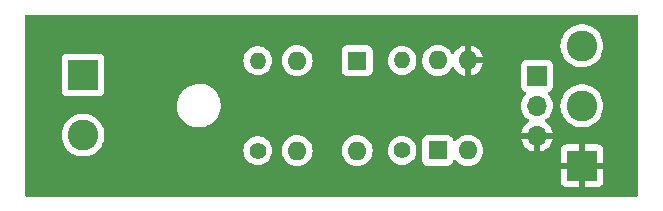
<source format=gbr>
%TF.GenerationSoftware,KiCad,Pcbnew,7.0.7*%
%TF.CreationDate,2024-02-24T13:28:42+01:00*%
%TF.ProjectId,current_sensor,63757272-656e-4745-9f73-656e736f722e,rev?*%
%TF.SameCoordinates,Original*%
%TF.FileFunction,Copper,L1,Top*%
%TF.FilePolarity,Positive*%
%FSLAX46Y46*%
G04 Gerber Fmt 4.6, Leading zero omitted, Abs format (unit mm)*
G04 Created by KiCad (PCBNEW 7.0.7) date 2024-02-24 13:28:42*
%MOMM*%
%LPD*%
G01*
G04 APERTURE LIST*
%TA.AperFunction,ComponentPad*%
%ADD10R,1.700000X1.700000*%
%TD*%
%TA.AperFunction,ComponentPad*%
%ADD11O,1.700000X1.700000*%
%TD*%
%TA.AperFunction,ComponentPad*%
%ADD12C,1.400000*%
%TD*%
%TA.AperFunction,ComponentPad*%
%ADD13O,1.400000X1.400000*%
%TD*%
%TA.AperFunction,ComponentPad*%
%ADD14R,2.600000X2.600000*%
%TD*%
%TA.AperFunction,ComponentPad*%
%ADD15C,2.600000*%
%TD*%
%TA.AperFunction,ComponentPad*%
%ADD16R,1.600000X1.600000*%
%TD*%
%TA.AperFunction,ComponentPad*%
%ADD17O,1.600000X1.600000*%
%TD*%
G04 APERTURE END LIST*
D10*
%TO.P,J1203,1,Pin_1*%
%TO.N,sig*%
X43625000Y-5475000D03*
D11*
%TO.P,J1203,2,Pin_2*%
%TO.N,+5V*%
X43625000Y-8015000D03*
%TO.P,J1203,3,Pin_3*%
%TO.N,GND*%
X43625000Y-10555000D03*
%TD*%
D12*
%TO.P,R1202,1*%
%TO.N,+5V*%
X32211000Y-11800000D03*
D13*
%TO.P,R1202,2*%
%TO.N,sig*%
X32211000Y-4180000D03*
%TD*%
D14*
%TO.P,J1202,1,Pin_1*%
%TO.N,GND*%
X47430000Y-13100000D03*
D15*
%TO.P,J1202,2,Pin_2*%
%TO.N,+5V*%
X47430000Y-8020000D03*
%TO.P,J1202,3,Pin_3*%
%TO.N,sig*%
X47430000Y-2940000D03*
%TD*%
D14*
%TO.P,J1201,1,Pin_1*%
%TO.N,Net-(D1201-Pad3)*%
X5195000Y-5420000D03*
D15*
%TO.P,J1201,2,Pin_2*%
%TO.N,Net-(D1201-Pad4)*%
X5195000Y-10500000D03*
%TD*%
D16*
%TO.P,D1201,1,+*%
%TO.N,Net-(D1201-Pad1)*%
X28400000Y-4190000D03*
D17*
%TO.P,D1201,2,-*%
X23320000Y-4190000D03*
%TO.P,D1201,3*%
%TO.N,Net-(D1201-Pad3)*%
X23320000Y-11810000D03*
%TO.P,D1201,4*%
%TO.N,Net-(D1201-Pad4)*%
X28400000Y-11810000D03*
%TD*%
D12*
%TO.P,R1201,1*%
%TO.N,Net-(D1201-Pad3)*%
X19980000Y-11810000D03*
D13*
%TO.P,R1201,2*%
%TO.N,Net-(R1201-Pad2)*%
X19980000Y-4190000D03*
%TD*%
D16*
%TO.P,U1201,1*%
%TO.N,Net-(R1201-Pad2)*%
X35225000Y-11800000D03*
D17*
%TO.P,U1201,2*%
%TO.N,Net-(D1201-Pad4)*%
X37765000Y-11800000D03*
%TO.P,U1201,3*%
%TO.N,GND*%
X37765000Y-4180000D03*
%TO.P,U1201,4*%
%TO.N,sig*%
X35225000Y-4180000D03*
%TD*%
%TA.AperFunction,Conductor*%
%TO.N,GND*%
G36*
X52141621Y-320502D02*
G01*
X52188114Y-374158D01*
X52199500Y-426500D01*
X52199500Y-15573500D01*
X52179498Y-15641621D01*
X52125842Y-15688114D01*
X52073500Y-15699500D01*
X426500Y-15699500D01*
X358379Y-15679498D01*
X311886Y-15625842D01*
X300500Y-15573500D01*
X300500Y-14448597D01*
X45622000Y-14448597D01*
X45628505Y-14509093D01*
X45679555Y-14645964D01*
X45679555Y-14645965D01*
X45767095Y-14762904D01*
X45884034Y-14850444D01*
X46020906Y-14901494D01*
X46081402Y-14907999D01*
X46081415Y-14908000D01*
X47176000Y-14908000D01*
X47176000Y-13868305D01*
X47196002Y-13800184D01*
X47249658Y-13753691D01*
X47319932Y-13743587D01*
X47333325Y-13746261D01*
X47347886Y-13750000D01*
X47347889Y-13750000D01*
X47470890Y-13750000D01*
X47470894Y-13750000D01*
X47542207Y-13740991D01*
X47612298Y-13752297D01*
X47665149Y-13799702D01*
X47684000Y-13865997D01*
X47684000Y-14908000D01*
X48778585Y-14908000D01*
X48778597Y-14907999D01*
X48839093Y-14901494D01*
X48975964Y-14850444D01*
X48975965Y-14850444D01*
X49092904Y-14762904D01*
X49180444Y-14645965D01*
X49180444Y-14645964D01*
X49231494Y-14509093D01*
X49237999Y-14448597D01*
X49238000Y-14448585D01*
X49238000Y-13354000D01*
X48195576Y-13354000D01*
X48127455Y-13333998D01*
X48080962Y-13280342D01*
X48070858Y-13210068D01*
X48071808Y-13204391D01*
X48083872Y-13141146D01*
X48083873Y-13141133D01*
X48073730Y-12979911D01*
X48089415Y-12910669D01*
X48140046Y-12860899D01*
X48199481Y-12846000D01*
X49238000Y-12846000D01*
X49238000Y-11751414D01*
X49237999Y-11751402D01*
X49231494Y-11690906D01*
X49180444Y-11554035D01*
X49180444Y-11554034D01*
X49092904Y-11437095D01*
X48975965Y-11349555D01*
X48839093Y-11298505D01*
X48778597Y-11292000D01*
X47684000Y-11292000D01*
X47684000Y-12331694D01*
X47663998Y-12399815D01*
X47610342Y-12446308D01*
X47540068Y-12456412D01*
X47526667Y-12453736D01*
X47512119Y-12450001D01*
X47512116Y-12450000D01*
X47512114Y-12450000D01*
X47389106Y-12450000D01*
X47389104Y-12450000D01*
X47317791Y-12459009D01*
X47247701Y-12447702D01*
X47194850Y-12400296D01*
X47176000Y-12334002D01*
X47176000Y-11292000D01*
X46081402Y-11292000D01*
X46020906Y-11298505D01*
X45884035Y-11349555D01*
X45884034Y-11349555D01*
X45767095Y-11437095D01*
X45679555Y-11554034D01*
X45679555Y-11554035D01*
X45628505Y-11690906D01*
X45622000Y-11751402D01*
X45622000Y-12846000D01*
X46664424Y-12846000D01*
X46732545Y-12866002D01*
X46779038Y-12919658D01*
X46789142Y-12989932D01*
X46788192Y-12995609D01*
X46776127Y-13058853D01*
X46776127Y-13058862D01*
X46786270Y-13220089D01*
X46770585Y-13289331D01*
X46719954Y-13339101D01*
X46660519Y-13354000D01*
X45622000Y-13354000D01*
X45622000Y-14448597D01*
X300500Y-14448597D01*
X300500Y-10500000D01*
X3381429Y-10500000D01*
X3401685Y-10770302D01*
X3462001Y-11034560D01*
X3462002Y-11034562D01*
X3561027Y-11286875D01*
X3561030Y-11286883D01*
X3696554Y-11521617D01*
X3696556Y-11521620D01*
X3696557Y-11521621D01*
X3781057Y-11627581D01*
X3865561Y-11733546D01*
X3947960Y-11810000D01*
X4064257Y-11917907D01*
X4064263Y-11917911D01*
X4288205Y-12070593D01*
X4288212Y-12070597D01*
X4288215Y-12070599D01*
X4429003Y-12138399D01*
X4532423Y-12188204D01*
X4532436Y-12188209D01*
X4791431Y-12268098D01*
X4791433Y-12268098D01*
X4791442Y-12268101D01*
X5059472Y-12308500D01*
X5059476Y-12308500D01*
X5330524Y-12308500D01*
X5330528Y-12308500D01*
X5598558Y-12268101D01*
X5598568Y-12268098D01*
X5857563Y-12188209D01*
X5857565Y-12188207D01*
X5857572Y-12188206D01*
X5857577Y-12188203D01*
X5857581Y-12188202D01*
X6101780Y-12070602D01*
X6101780Y-12070601D01*
X6101786Y-12070599D01*
X6325743Y-11917907D01*
X6442039Y-11810000D01*
X18766884Y-11810000D01*
X18785314Y-12020655D01*
X18814643Y-12130112D01*
X18840043Y-12224908D01*
X18840045Y-12224912D01*
X18929412Y-12416561D01*
X19050692Y-12589767D01*
X19050696Y-12589772D01*
X19050699Y-12589776D01*
X19200224Y-12739301D01*
X19200228Y-12739304D01*
X19200232Y-12739307D01*
X19373438Y-12860587D01*
X19373441Y-12860588D01*
X19373442Y-12860589D01*
X19565090Y-12949956D01*
X19769345Y-13004686D01*
X19980000Y-13023116D01*
X20190655Y-13004686D01*
X20394910Y-12949956D01*
X20586558Y-12860589D01*
X20759776Y-12739301D01*
X20909301Y-12589776D01*
X21030589Y-12416558D01*
X21119956Y-12224910D01*
X21174686Y-12020655D01*
X21193116Y-11810000D01*
X22006502Y-11810000D01*
X22026457Y-12038087D01*
X22060670Y-12165771D01*
X22085715Y-12259240D01*
X22085717Y-12259246D01*
X22182477Y-12466749D01*
X22261619Y-12579776D01*
X22313802Y-12654300D01*
X22475700Y-12816198D01*
X22663251Y-12947523D01*
X22870757Y-13044284D01*
X23091913Y-13103543D01*
X23320000Y-13123498D01*
X23548087Y-13103543D01*
X23769243Y-13044284D01*
X23976749Y-12947523D01*
X24164300Y-12816198D01*
X24326198Y-12654300D01*
X24457523Y-12466749D01*
X24554284Y-12259243D01*
X24613543Y-12038087D01*
X24633498Y-11810000D01*
X27086502Y-11810000D01*
X27106457Y-12038087D01*
X27140670Y-12165771D01*
X27165715Y-12259240D01*
X27165717Y-12259246D01*
X27262477Y-12466749D01*
X27341619Y-12579776D01*
X27393802Y-12654300D01*
X27555700Y-12816198D01*
X27743251Y-12947523D01*
X27950757Y-13044284D01*
X28171913Y-13103543D01*
X28400000Y-13123498D01*
X28628087Y-13103543D01*
X28849243Y-13044284D01*
X29056749Y-12947523D01*
X29244300Y-12816198D01*
X29406198Y-12654300D01*
X29537523Y-12466749D01*
X29634284Y-12259243D01*
X29693543Y-12038087D01*
X29713498Y-11810000D01*
X29712623Y-11800000D01*
X30997884Y-11800000D01*
X31016314Y-12010655D01*
X31032377Y-12070602D01*
X31071043Y-12214908D01*
X31071045Y-12214912D01*
X31160412Y-12406561D01*
X31281692Y-12579767D01*
X31281696Y-12579772D01*
X31281699Y-12579776D01*
X31431224Y-12729301D01*
X31431228Y-12729304D01*
X31431232Y-12729307D01*
X31604438Y-12850587D01*
X31604441Y-12850588D01*
X31604442Y-12850589D01*
X31796090Y-12939956D01*
X32000345Y-12994686D01*
X32211000Y-13013116D01*
X32421655Y-12994686D01*
X32625910Y-12939956D01*
X32817558Y-12850589D01*
X32823821Y-12846204D01*
X32976494Y-12739301D01*
X32990776Y-12729301D01*
X33071428Y-12648649D01*
X33916500Y-12648649D01*
X33923009Y-12709196D01*
X33923011Y-12709204D01*
X33974110Y-12846202D01*
X33974112Y-12846207D01*
X34061738Y-12963261D01*
X34178792Y-13050887D01*
X34178794Y-13050888D01*
X34178796Y-13050889D01*
X34237875Y-13072924D01*
X34315795Y-13101988D01*
X34315803Y-13101990D01*
X34376350Y-13108499D01*
X34376355Y-13108499D01*
X34376362Y-13108500D01*
X34376368Y-13108500D01*
X36073632Y-13108500D01*
X36073638Y-13108500D01*
X36073645Y-13108499D01*
X36073649Y-13108499D01*
X36134196Y-13101990D01*
X36134199Y-13101989D01*
X36134201Y-13101989D01*
X36271204Y-13050889D01*
X36280028Y-13044284D01*
X36388261Y-12963261D01*
X36475887Y-12846207D01*
X36475887Y-12846206D01*
X36475889Y-12846204D01*
X36526989Y-12709201D01*
X36527998Y-12699808D01*
X36555163Y-12634215D01*
X36613478Y-12593721D01*
X36684429Y-12591182D01*
X36745490Y-12627405D01*
X36756487Y-12640995D01*
X36758796Y-12644292D01*
X36758802Y-12644300D01*
X36920700Y-12806198D01*
X37108251Y-12937523D01*
X37315757Y-13034284D01*
X37536913Y-13093543D01*
X37765000Y-13113498D01*
X37993087Y-13093543D01*
X38214243Y-13034284D01*
X38421749Y-12937523D01*
X38609300Y-12806198D01*
X38771198Y-12644300D01*
X38902523Y-12456749D01*
X38999284Y-12249243D01*
X39058543Y-12028087D01*
X39078498Y-11800000D01*
X39058543Y-11571913D01*
X38999284Y-11350757D01*
X38902523Y-11143251D01*
X38771198Y-10955700D01*
X38609300Y-10793802D01*
X38575734Y-10770299D01*
X38421749Y-10662477D01*
X38214246Y-10565717D01*
X38214240Y-10565715D01*
X38030407Y-10516457D01*
X37993087Y-10506457D01*
X37765000Y-10486502D01*
X37536913Y-10506457D01*
X37315759Y-10565715D01*
X37315753Y-10565717D01*
X37108250Y-10662477D01*
X36920703Y-10793799D01*
X36920697Y-10793804D01*
X36758804Y-10955697D01*
X36758795Y-10955708D01*
X36756483Y-10959010D01*
X36701021Y-11003333D01*
X36630401Y-11010635D01*
X36567044Y-10978598D01*
X36531065Y-10917393D01*
X36527999Y-10900198D01*
X36526989Y-10890799D01*
X36523219Y-10880692D01*
X36490811Y-10793804D01*
X36475889Y-10753796D01*
X36475888Y-10753794D01*
X36475887Y-10753792D01*
X36388261Y-10636738D01*
X36271207Y-10549112D01*
X36271202Y-10549110D01*
X36134204Y-10498011D01*
X36134196Y-10498009D01*
X36073649Y-10491500D01*
X36073638Y-10491500D01*
X34376362Y-10491500D01*
X34376350Y-10491500D01*
X34315803Y-10498009D01*
X34315795Y-10498011D01*
X34178797Y-10549110D01*
X34178792Y-10549112D01*
X34061738Y-10636738D01*
X33974112Y-10753792D01*
X33974110Y-10753797D01*
X33923011Y-10890795D01*
X33923009Y-10890803D01*
X33916500Y-10951350D01*
X33916500Y-12648649D01*
X33071428Y-12648649D01*
X33140301Y-12579776D01*
X33261589Y-12406558D01*
X33350956Y-12214910D01*
X33405686Y-12010655D01*
X33424116Y-11800000D01*
X33405686Y-11589345D01*
X33350956Y-11385090D01*
X33261589Y-11193442D01*
X33261588Y-11193441D01*
X33261587Y-11193438D01*
X33140307Y-11020232D01*
X33140304Y-11020228D01*
X33140301Y-11020224D01*
X32990776Y-10870699D01*
X32990772Y-10870696D01*
X32990767Y-10870692D01*
X32817561Y-10749412D01*
X32636684Y-10665068D01*
X32625910Y-10660044D01*
X32625908Y-10660043D01*
X32531113Y-10634643D01*
X32421655Y-10605314D01*
X32211000Y-10586884D01*
X32000345Y-10605314D01*
X31963025Y-10615314D01*
X31796091Y-10660043D01*
X31796087Y-10660045D01*
X31604438Y-10749412D01*
X31431232Y-10870692D01*
X31431221Y-10870701D01*
X31281701Y-11020221D01*
X31281692Y-11020232D01*
X31160412Y-11193438D01*
X31071045Y-11385087D01*
X31071043Y-11385091D01*
X31068364Y-11395091D01*
X31016314Y-11589345D01*
X30997884Y-11800000D01*
X29712623Y-11800000D01*
X29693543Y-11581913D01*
X29634284Y-11360757D01*
X29537523Y-11153251D01*
X29406198Y-10965700D01*
X29244300Y-10803802D01*
X29230021Y-10793804D01*
X29056749Y-10672477D01*
X28849246Y-10575717D01*
X28849240Y-10575715D01*
X28749956Y-10549112D01*
X28628087Y-10516457D01*
X28400000Y-10496502D01*
X28171913Y-10516457D01*
X27950759Y-10575715D01*
X27950753Y-10575717D01*
X27743250Y-10672477D01*
X27555703Y-10803799D01*
X27555697Y-10803804D01*
X27393804Y-10965697D01*
X27393799Y-10965703D01*
X27262477Y-11153250D01*
X27165717Y-11360753D01*
X27165715Y-11360759D01*
X27106457Y-11581913D01*
X27086502Y-11810000D01*
X24633498Y-11810000D01*
X24613543Y-11581913D01*
X24554284Y-11360757D01*
X24457523Y-11153251D01*
X24326198Y-10965700D01*
X24164300Y-10803802D01*
X24150021Y-10793804D01*
X23976749Y-10672477D01*
X23769246Y-10575717D01*
X23769240Y-10575715D01*
X23669956Y-10549112D01*
X23548087Y-10516457D01*
X23320000Y-10496502D01*
X23091913Y-10516457D01*
X22870759Y-10575715D01*
X22870753Y-10575717D01*
X22663250Y-10672477D01*
X22475703Y-10803799D01*
X22475697Y-10803804D01*
X22313804Y-10965697D01*
X22313799Y-10965703D01*
X22182477Y-11153250D01*
X22085717Y-11360753D01*
X22085715Y-11360759D01*
X22026457Y-11581913D01*
X22006502Y-11810000D01*
X21193116Y-11810000D01*
X21174686Y-11599345D01*
X21119956Y-11395090D01*
X21030589Y-11203442D01*
X21030588Y-11203441D01*
X21030587Y-11203438D01*
X20909307Y-11030232D01*
X20909304Y-11030228D01*
X20909301Y-11030224D01*
X20759776Y-10880699D01*
X20759772Y-10880696D01*
X20759767Y-10880692D01*
X20586561Y-10759412D01*
X20422606Y-10682959D01*
X20394910Y-10670044D01*
X20394908Y-10670043D01*
X20270610Y-10636738D01*
X20190655Y-10615314D01*
X19980000Y-10596884D01*
X19769345Y-10615314D01*
X19726150Y-10626888D01*
X19565091Y-10670043D01*
X19565087Y-10670045D01*
X19373438Y-10759412D01*
X19200232Y-10880692D01*
X19200221Y-10880701D01*
X19050701Y-11030221D01*
X19050692Y-11030232D01*
X18929412Y-11203438D01*
X18840045Y-11395087D01*
X18840043Y-11395091D01*
X18806141Y-11521617D01*
X18785314Y-11599345D01*
X18766884Y-11810000D01*
X6442039Y-11810000D01*
X6489674Y-11765801D01*
X6524438Y-11733546D01*
X6524438Y-11733544D01*
X6524442Y-11733542D01*
X6693443Y-11521621D01*
X6772271Y-11385087D01*
X6828969Y-11286883D01*
X6828971Y-11286879D01*
X6927999Y-11034559D01*
X6988315Y-10770299D01*
X7008571Y-10500000D01*
X6988315Y-10229701D01*
X6927999Y-9965441D01*
X6828971Y-9713121D01*
X6828970Y-9713120D01*
X6828969Y-9713116D01*
X6693445Y-9478382D01*
X6661167Y-9437907D01*
X6524442Y-9266458D01*
X6524441Y-9266457D01*
X6524438Y-9266453D01*
X6325748Y-9082098D01*
X6325742Y-9082092D01*
X6156316Y-8966579D01*
X6101786Y-8929401D01*
X6101783Y-8929400D01*
X6101781Y-8929398D01*
X6101780Y-8929397D01*
X5857581Y-8811797D01*
X5857563Y-8811790D01*
X5598568Y-8731901D01*
X5598560Y-8731899D01*
X5598558Y-8731899D01*
X5330528Y-8691500D01*
X5059472Y-8691500D01*
X4791442Y-8731899D01*
X4791440Y-8731899D01*
X4791431Y-8731901D01*
X4532436Y-8811790D01*
X4532423Y-8811795D01*
X4288212Y-8929402D01*
X4288205Y-8929406D01*
X4064263Y-9082088D01*
X4064251Y-9082098D01*
X3865561Y-9266453D01*
X3696554Y-9478382D01*
X3561030Y-9713116D01*
X3561027Y-9713124D01*
X3462002Y-9965437D01*
X3462001Y-9965439D01*
X3401685Y-10229697D01*
X3381429Y-10500000D01*
X300500Y-10500000D01*
X300500Y-8067765D01*
X13145788Y-8067765D01*
X13175412Y-8337014D01*
X13243928Y-8599090D01*
X13349869Y-8848389D01*
X13352238Y-8852270D01*
X13490982Y-9079610D01*
X13664255Y-9287820D01*
X13664257Y-9287822D01*
X13664259Y-9287824D01*
X13785100Y-9396097D01*
X13865998Y-9468582D01*
X14091910Y-9618044D01*
X14337176Y-9733020D01*
X14596569Y-9811060D01*
X14596572Y-9811060D01*
X14596574Y-9811061D01*
X14864557Y-9850500D01*
X14864561Y-9850500D01*
X15067633Y-9850500D01*
X15102363Y-9847957D01*
X15270156Y-9835677D01*
X15270160Y-9835676D01*
X15270161Y-9835676D01*
X15483731Y-9788101D01*
X15534553Y-9776780D01*
X15787558Y-9680014D01*
X16023777Y-9547441D01*
X16238177Y-9381888D01*
X16426186Y-9186881D01*
X16583799Y-8966579D01*
X16602914Y-8929401D01*
X16707656Y-8725675D01*
X16707657Y-8725672D01*
X16795116Y-8469310D01*
X16795118Y-8469305D01*
X16837588Y-8239375D01*
X16844318Y-8202941D01*
X16844319Y-8202930D01*
X16851187Y-8015000D01*
X42261844Y-8015000D01*
X42280437Y-8239375D01*
X42335702Y-8457612D01*
X42335703Y-8457613D01*
X42335704Y-8457616D01*
X42378227Y-8554559D01*
X42426141Y-8663793D01*
X42549275Y-8852265D01*
X42549279Y-8852270D01*
X42701762Y-9017908D01*
X42756331Y-9060381D01*
X42879424Y-9156189D01*
X42913205Y-9174470D01*
X42963596Y-9224482D01*
X42978949Y-9293799D01*
X42954389Y-9360412D01*
X42913209Y-9396096D01*
X42879704Y-9414228D01*
X42879698Y-9414232D01*
X42702097Y-9552465D01*
X42549674Y-9718041D01*
X42426580Y-9906451D01*
X42336179Y-10112543D01*
X42336176Y-10112550D01*
X42288455Y-10300999D01*
X42288456Y-10301000D01*
X43010156Y-10301000D01*
X43078277Y-10321002D01*
X43124770Y-10374658D01*
X43134874Y-10444932D01*
X43131053Y-10462496D01*
X43125000Y-10483111D01*
X43125000Y-10626888D01*
X43131053Y-10647504D01*
X43131052Y-10718500D01*
X43092667Y-10778226D01*
X43028086Y-10807718D01*
X43010156Y-10809000D01*
X42288455Y-10809000D01*
X42336176Y-10997449D01*
X42336179Y-10997456D01*
X42426580Y-11203548D01*
X42549674Y-11391958D01*
X42702097Y-11557534D01*
X42879698Y-11695767D01*
X42879699Y-11695768D01*
X43077628Y-11802882D01*
X43077630Y-11802883D01*
X43290483Y-11875955D01*
X43290492Y-11875957D01*
X43371000Y-11889391D01*
X43371000Y-11169033D01*
X43391002Y-11100912D01*
X43444658Y-11054419D01*
X43514926Y-11044315D01*
X43589237Y-11055000D01*
X43660763Y-11055000D01*
X43735069Y-11044316D01*
X43805341Y-11054419D01*
X43858997Y-11100911D01*
X43879000Y-11169031D01*
X43878999Y-11889390D01*
X43959507Y-11875957D01*
X43959516Y-11875955D01*
X44172369Y-11802883D01*
X44172371Y-11802882D01*
X44370300Y-11695768D01*
X44370301Y-11695767D01*
X44547902Y-11557534D01*
X44700325Y-11391958D01*
X44823419Y-11203548D01*
X44913820Y-10997456D01*
X44913823Y-10997449D01*
X44961544Y-10809000D01*
X44239844Y-10809000D01*
X44171723Y-10788998D01*
X44125230Y-10735342D01*
X44115126Y-10665068D01*
X44118947Y-10647504D01*
X44125000Y-10626888D01*
X44125000Y-10483111D01*
X44118947Y-10462496D01*
X44118948Y-10391500D01*
X44157333Y-10331774D01*
X44221914Y-10302282D01*
X44239844Y-10301000D01*
X44961544Y-10301000D01*
X44961544Y-10300999D01*
X44913823Y-10112550D01*
X44913820Y-10112543D01*
X44823419Y-9906451D01*
X44700325Y-9718041D01*
X44547902Y-9552465D01*
X44370301Y-9414232D01*
X44370300Y-9414231D01*
X44336791Y-9396097D01*
X44286401Y-9346083D01*
X44271050Y-9276766D01*
X44295612Y-9210153D01*
X44336790Y-9174472D01*
X44370576Y-9156189D01*
X44548240Y-9017906D01*
X44700722Y-8852268D01*
X44823860Y-8663791D01*
X44914296Y-8457616D01*
X44969564Y-8239368D01*
X44987742Y-8020000D01*
X45616429Y-8020000D01*
X45636685Y-8290302D01*
X45697001Y-8554560D01*
X45697002Y-8554562D01*
X45796027Y-8806875D01*
X45796030Y-8806883D01*
X45931554Y-9041617D01*
X45931556Y-9041620D01*
X45931557Y-9041621D01*
X45963832Y-9082093D01*
X46100561Y-9253546D01*
X46215737Y-9360412D01*
X46299257Y-9437907D01*
X46299263Y-9437911D01*
X46523205Y-9590593D01*
X46523212Y-9590597D01*
X46523215Y-9590599D01*
X46664003Y-9658399D01*
X46767423Y-9708204D01*
X46767436Y-9708209D01*
X47026431Y-9788098D01*
X47026433Y-9788098D01*
X47026442Y-9788101D01*
X47294472Y-9828500D01*
X47294476Y-9828500D01*
X47565524Y-9828500D01*
X47565528Y-9828500D01*
X47833558Y-9788101D01*
X47833568Y-9788098D01*
X48092563Y-9708209D01*
X48092565Y-9708207D01*
X48092572Y-9708206D01*
X48092577Y-9708203D01*
X48092581Y-9708202D01*
X48336780Y-9590602D01*
X48336780Y-9590601D01*
X48336786Y-9590599D01*
X48560743Y-9437907D01*
X48759442Y-9253542D01*
X48928443Y-9041621D01*
X49037766Y-8852268D01*
X49063969Y-8806883D01*
X49063971Y-8806879D01*
X49162999Y-8554559D01*
X49223315Y-8290299D01*
X49243571Y-8020000D01*
X49223315Y-7749701D01*
X49162999Y-7485441D01*
X49063971Y-7233121D01*
X49063970Y-7233120D01*
X49063969Y-7233116D01*
X48928445Y-6998382D01*
X48927523Y-6997226D01*
X48759442Y-6786458D01*
X48759441Y-6786457D01*
X48759438Y-6786453D01*
X48560748Y-6602098D01*
X48560742Y-6602092D01*
X48457079Y-6531416D01*
X48336786Y-6449401D01*
X48336783Y-6449400D01*
X48336781Y-6449398D01*
X48336780Y-6449397D01*
X48092581Y-6331797D01*
X48092563Y-6331790D01*
X47833568Y-6251901D01*
X47833560Y-6251899D01*
X47833558Y-6251899D01*
X47565528Y-6211500D01*
X47294472Y-6211500D01*
X47026442Y-6251899D01*
X47026440Y-6251899D01*
X47026431Y-6251901D01*
X46767436Y-6331790D01*
X46767423Y-6331795D01*
X46523212Y-6449402D01*
X46523205Y-6449406D01*
X46299263Y-6602088D01*
X46299251Y-6602098D01*
X46100561Y-6786453D01*
X45931554Y-6998382D01*
X45796030Y-7233116D01*
X45796027Y-7233124D01*
X45697002Y-7485437D01*
X45697001Y-7485439D01*
X45636685Y-7749697D01*
X45616429Y-8020000D01*
X44987742Y-8020000D01*
X44988156Y-8015000D01*
X44969564Y-7790632D01*
X44914296Y-7572384D01*
X44823860Y-7366209D01*
X44763831Y-7274327D01*
X44700724Y-7177734D01*
X44700719Y-7177729D01*
X44694422Y-7170889D01*
X44557524Y-7022179D01*
X44526103Y-6958514D01*
X44534090Y-6887968D01*
X44578948Y-6832939D01*
X44606183Y-6818789D01*
X44721204Y-6775889D01*
X44730876Y-6768649D01*
X44838261Y-6688261D01*
X44925887Y-6571207D01*
X44925887Y-6571206D01*
X44925889Y-6571204D01*
X44976989Y-6434201D01*
X44983500Y-6373638D01*
X44983500Y-4576362D01*
X44983499Y-4576350D01*
X44976990Y-4515803D01*
X44976988Y-4515795D01*
X44940544Y-4418087D01*
X44925889Y-4378796D01*
X44925888Y-4378794D01*
X44925887Y-4378792D01*
X44838261Y-4261738D01*
X44721207Y-4174112D01*
X44721202Y-4174110D01*
X44584204Y-4123011D01*
X44584196Y-4123009D01*
X44523649Y-4116500D01*
X44523638Y-4116500D01*
X42726362Y-4116500D01*
X42726350Y-4116500D01*
X42665803Y-4123009D01*
X42665795Y-4123011D01*
X42528797Y-4174110D01*
X42528792Y-4174112D01*
X42411738Y-4261738D01*
X42324112Y-4378792D01*
X42324110Y-4378797D01*
X42273011Y-4515795D01*
X42273009Y-4515803D01*
X42266500Y-4576350D01*
X42266500Y-6373649D01*
X42273009Y-6434196D01*
X42273011Y-6434204D01*
X42324110Y-6571202D01*
X42324112Y-6571207D01*
X42411738Y-6688261D01*
X42528791Y-6775886D01*
X42528792Y-6775886D01*
X42528796Y-6775889D01*
X42643810Y-6818787D01*
X42700642Y-6861332D01*
X42725453Y-6927852D01*
X42710362Y-6997226D01*
X42692475Y-7022179D01*
X42549280Y-7177729D01*
X42549275Y-7177734D01*
X42426141Y-7366206D01*
X42335703Y-7572386D01*
X42335702Y-7572387D01*
X42280437Y-7790624D01*
X42261844Y-8015000D01*
X16851187Y-8015000D01*
X16854212Y-7932235D01*
X16838631Y-7790632D01*
X16824587Y-7662985D01*
X16756071Y-7400909D01*
X16650130Y-7151610D01*
X16608417Y-7083261D01*
X16509018Y-6920390D01*
X16335745Y-6712180D01*
X16335741Y-6712177D01*
X16335740Y-6712175D01*
X16134012Y-6531427D01*
X16134002Y-6531418D01*
X15908090Y-6381956D01*
X15662824Y-6266980D01*
X15478417Y-6211500D01*
X15403425Y-6188938D01*
X15135442Y-6149500D01*
X15135439Y-6149500D01*
X14932369Y-6149500D01*
X14932367Y-6149500D01*
X14729839Y-6164323D01*
X14729838Y-6164323D01*
X14465456Y-6223217D01*
X14465441Y-6223222D01*
X14212441Y-6319986D01*
X13976229Y-6452555D01*
X13976225Y-6452557D01*
X13822574Y-6571202D01*
X13782569Y-6602093D01*
X13761818Y-6618116D01*
X13573815Y-6813117D01*
X13573810Y-6813123D01*
X13416203Y-7033417D01*
X13416196Y-7033427D01*
X13292343Y-7274324D01*
X13292342Y-7274327D01*
X13204883Y-7530689D01*
X13204880Y-7530702D01*
X13155681Y-7797058D01*
X13155680Y-7797069D01*
X13145788Y-8067765D01*
X300500Y-8067765D01*
X300500Y-6768649D01*
X3386500Y-6768649D01*
X3393009Y-6829196D01*
X3393011Y-6829204D01*
X3444110Y-6966202D01*
X3444112Y-6966207D01*
X3531738Y-7083261D01*
X3648792Y-7170887D01*
X3648794Y-7170888D01*
X3648796Y-7170889D01*
X3707875Y-7192924D01*
X3785795Y-7221988D01*
X3785803Y-7221990D01*
X3846350Y-7228499D01*
X3846355Y-7228499D01*
X3846362Y-7228500D01*
X3846368Y-7228500D01*
X6543632Y-7228500D01*
X6543638Y-7228500D01*
X6543645Y-7228499D01*
X6543649Y-7228499D01*
X6604196Y-7221990D01*
X6604199Y-7221989D01*
X6604201Y-7221989D01*
X6741204Y-7170889D01*
X6858261Y-7083261D01*
X6945889Y-6966204D01*
X6996989Y-6829201D01*
X6998719Y-6813117D01*
X7003499Y-6768649D01*
X7003500Y-6768632D01*
X7003500Y-4190000D01*
X18766884Y-4190000D01*
X18785314Y-4400655D01*
X18789974Y-4418045D01*
X18840043Y-4604908D01*
X18840045Y-4604912D01*
X18929412Y-4796561D01*
X19050692Y-4969767D01*
X19050696Y-4969772D01*
X19050699Y-4969776D01*
X19200224Y-5119301D01*
X19200228Y-5119304D01*
X19200232Y-5119307D01*
X19373438Y-5240587D01*
X19373441Y-5240588D01*
X19373442Y-5240589D01*
X19565090Y-5329956D01*
X19769345Y-5384686D01*
X19980000Y-5403116D01*
X20190655Y-5384686D01*
X20394910Y-5329956D01*
X20586558Y-5240589D01*
X20592821Y-5236204D01*
X20759767Y-5119307D01*
X20759776Y-5119301D01*
X20909301Y-4969776D01*
X21002624Y-4836497D01*
X21030587Y-4796561D01*
X21030587Y-4796560D01*
X21030589Y-4796558D01*
X21119956Y-4604910D01*
X21174686Y-4400655D01*
X21193116Y-4190000D01*
X22006502Y-4190000D01*
X22026457Y-4418087D01*
X22052638Y-4515795D01*
X22085715Y-4639240D01*
X22085717Y-4639246D01*
X22182477Y-4846749D01*
X22306571Y-5023974D01*
X22313802Y-5034300D01*
X22475700Y-5196198D01*
X22663251Y-5327523D01*
X22870757Y-5424284D01*
X23091913Y-5483543D01*
X23320000Y-5503498D01*
X23548087Y-5483543D01*
X23769243Y-5424284D01*
X23976749Y-5327523D01*
X24164300Y-5196198D01*
X24321849Y-5038649D01*
X27091500Y-5038649D01*
X27098009Y-5099196D01*
X27098011Y-5099204D01*
X27149110Y-5236202D01*
X27149112Y-5236207D01*
X27236738Y-5353261D01*
X27353792Y-5440887D01*
X27353794Y-5440888D01*
X27353796Y-5440889D01*
X27412875Y-5462924D01*
X27490795Y-5491988D01*
X27490803Y-5491990D01*
X27551350Y-5498499D01*
X27551355Y-5498499D01*
X27551362Y-5498500D01*
X27551368Y-5498500D01*
X29248632Y-5498500D01*
X29248638Y-5498500D01*
X29248645Y-5498499D01*
X29248649Y-5498499D01*
X29309196Y-5491990D01*
X29309199Y-5491989D01*
X29309201Y-5491989D01*
X29446204Y-5440889D01*
X29468389Y-5424282D01*
X29563261Y-5353261D01*
X29650887Y-5236207D01*
X29650887Y-5236206D01*
X29650889Y-5236204D01*
X29701989Y-5099201D01*
X29708500Y-5038638D01*
X29708500Y-4180000D01*
X30997884Y-4180000D01*
X31016314Y-4390655D01*
X31045643Y-4500112D01*
X31071043Y-4594908D01*
X31071045Y-4594912D01*
X31160412Y-4786561D01*
X31281692Y-4959767D01*
X31281696Y-4959772D01*
X31281699Y-4959776D01*
X31431224Y-5109301D01*
X31431228Y-5109304D01*
X31431232Y-5109307D01*
X31604438Y-5230587D01*
X31604441Y-5230588D01*
X31604442Y-5230589D01*
X31796090Y-5319956D01*
X32000345Y-5374686D01*
X32211000Y-5393116D01*
X32421655Y-5374686D01*
X32625910Y-5319956D01*
X32817558Y-5230589D01*
X32990776Y-5109301D01*
X33140301Y-4959776D01*
X33261589Y-4786558D01*
X33350956Y-4594910D01*
X33405686Y-4390655D01*
X33424116Y-4180000D01*
X33911502Y-4180000D01*
X33931457Y-4408087D01*
X33960319Y-4515799D01*
X33990715Y-4629240D01*
X33990717Y-4629246D01*
X33995379Y-4639243D01*
X34087477Y-4836749D01*
X34218802Y-5024300D01*
X34380700Y-5186198D01*
X34568251Y-5317523D01*
X34775757Y-5414284D01*
X34996913Y-5473543D01*
X35225000Y-5493498D01*
X35453087Y-5473543D01*
X35674243Y-5414284D01*
X35881749Y-5317523D01*
X36069300Y-5186198D01*
X36231198Y-5024300D01*
X36362523Y-4836749D01*
X36381081Y-4796950D01*
X36427995Y-4743667D01*
X36496272Y-4724205D01*
X36564232Y-4744745D01*
X36609469Y-4796949D01*
X36627911Y-4836497D01*
X36759184Y-5023974D01*
X36759189Y-5023980D01*
X36921019Y-5185810D01*
X36921025Y-5185815D01*
X37108501Y-5317087D01*
X37315926Y-5413811D01*
X37315931Y-5413813D01*
X37511000Y-5466081D01*
X37511000Y-4692284D01*
X37531002Y-4624163D01*
X37584658Y-4577670D01*
X37654932Y-4567566D01*
X37656713Y-4567835D01*
X37733519Y-4580000D01*
X37733521Y-4580000D01*
X37796479Y-4580000D01*
X37796481Y-4580000D01*
X37873290Y-4567835D01*
X37943701Y-4576935D01*
X37998015Y-4622657D01*
X38018987Y-4690486D01*
X38019000Y-4692284D01*
X38019000Y-5466081D01*
X38214068Y-5413813D01*
X38214073Y-5413811D01*
X38421498Y-5317087D01*
X38608974Y-5185815D01*
X38608980Y-5185810D01*
X38770810Y-5023980D01*
X38770815Y-5023974D01*
X38902087Y-4836498D01*
X38998811Y-4629073D01*
X38998813Y-4629068D01*
X39051082Y-4434000D01*
X38277284Y-4434000D01*
X38209163Y-4413998D01*
X38162670Y-4360342D01*
X38152566Y-4290068D01*
X38152835Y-4288290D01*
X38157040Y-4261738D01*
X38169986Y-4180000D01*
X38152834Y-4071710D01*
X38161935Y-4001299D01*
X38207657Y-3946985D01*
X38275485Y-3926013D01*
X38277284Y-3926000D01*
X39051082Y-3926000D01*
X38998813Y-3730931D01*
X38998811Y-3730926D01*
X38902087Y-3523501D01*
X38770815Y-3336025D01*
X38770810Y-3336019D01*
X38608980Y-3174189D01*
X38608974Y-3174184D01*
X38421498Y-3042912D01*
X38214073Y-2946188D01*
X38214071Y-2946187D01*
X38190981Y-2940000D01*
X45616429Y-2940000D01*
X45636685Y-3210302D01*
X45697001Y-3474560D01*
X45697002Y-3474562D01*
X45796027Y-3726875D01*
X45796030Y-3726883D01*
X45931554Y-3961617D01*
X45931556Y-3961620D01*
X45931557Y-3961621D01*
X45945692Y-3979346D01*
X46100561Y-4173546D01*
X46242396Y-4305148D01*
X46299257Y-4357907D01*
X46321625Y-4373157D01*
X46523205Y-4510593D01*
X46523212Y-4510597D01*
X46523215Y-4510599D01*
X46636522Y-4565165D01*
X46767423Y-4628204D01*
X46767436Y-4628209D01*
X47026431Y-4708098D01*
X47026433Y-4708098D01*
X47026442Y-4708101D01*
X47294472Y-4748500D01*
X47294476Y-4748500D01*
X47565524Y-4748500D01*
X47565528Y-4748500D01*
X47833558Y-4708101D01*
X47890665Y-4690486D01*
X48092563Y-4628209D01*
X48092565Y-4628207D01*
X48092572Y-4628206D01*
X48092577Y-4628203D01*
X48092581Y-4628202D01*
X48336780Y-4510602D01*
X48336780Y-4510601D01*
X48336786Y-4510599D01*
X48560743Y-4357907D01*
X48724674Y-4205801D01*
X48759438Y-4173546D01*
X48759438Y-4173544D01*
X48759442Y-4173542D01*
X48928443Y-3961621D01*
X49024737Y-3794835D01*
X49063969Y-3726883D01*
X49063971Y-3726879D01*
X49162999Y-3474559D01*
X49223315Y-3210299D01*
X49243571Y-2940000D01*
X49223315Y-2669701D01*
X49162999Y-2405441D01*
X49063971Y-2153121D01*
X49063970Y-2153120D01*
X49063969Y-2153116D01*
X48928445Y-1918382D01*
X48759438Y-1706453D01*
X48560748Y-1522098D01*
X48560742Y-1522092D01*
X48336787Y-1369402D01*
X48336786Y-1369401D01*
X48336783Y-1369400D01*
X48336781Y-1369398D01*
X48336780Y-1369397D01*
X48092581Y-1251797D01*
X48092563Y-1251790D01*
X47833568Y-1171901D01*
X47833560Y-1171899D01*
X47833558Y-1171899D01*
X47565528Y-1131500D01*
X47294472Y-1131500D01*
X47026442Y-1171899D01*
X47026440Y-1171899D01*
X47026431Y-1171901D01*
X46767436Y-1251790D01*
X46767423Y-1251795D01*
X46523212Y-1369402D01*
X46523205Y-1369406D01*
X46299263Y-1522088D01*
X46299251Y-1522098D01*
X46100561Y-1706453D01*
X45931554Y-1918382D01*
X45796030Y-2153116D01*
X45796027Y-2153124D01*
X45697002Y-2405437D01*
X45697001Y-2405439D01*
X45636685Y-2669697D01*
X45616429Y-2940000D01*
X38190981Y-2940000D01*
X38019000Y-2893917D01*
X38019000Y-3667715D01*
X37998998Y-3735836D01*
X37945342Y-3782329D01*
X37875068Y-3792433D01*
X37873292Y-3792164D01*
X37796481Y-3780000D01*
X37733519Y-3780000D01*
X37656708Y-3792164D01*
X37586297Y-3783063D01*
X37531984Y-3737340D01*
X37511013Y-3669512D01*
X37511000Y-3667715D01*
X37511000Y-2893917D01*
X37510999Y-2893917D01*
X37315928Y-2946187D01*
X37315926Y-2946188D01*
X37108501Y-3042912D01*
X36921025Y-3174184D01*
X36921019Y-3174189D01*
X36759189Y-3336019D01*
X36759184Y-3336025D01*
X36627910Y-3523504D01*
X36609468Y-3563051D01*
X36562550Y-3616335D01*
X36494272Y-3635794D01*
X36426313Y-3615250D01*
X36381080Y-3563047D01*
X36367186Y-3533251D01*
X36362523Y-3523251D01*
X36231198Y-3335700D01*
X36069300Y-3173802D01*
X36026441Y-3143792D01*
X35881749Y-3042477D01*
X35674246Y-2945717D01*
X35674240Y-2945715D01*
X35490407Y-2896457D01*
X35453087Y-2886457D01*
X35225000Y-2866502D01*
X34996913Y-2886457D01*
X34775759Y-2945715D01*
X34775753Y-2945717D01*
X34568250Y-3042477D01*
X34380703Y-3173799D01*
X34380697Y-3173804D01*
X34218804Y-3335697D01*
X34218799Y-3335703D01*
X34087477Y-3523250D01*
X33990717Y-3730753D01*
X33990715Y-3730759D01*
X33952388Y-3873797D01*
X33931457Y-3951913D01*
X33911502Y-4180000D01*
X33424116Y-4180000D01*
X33405686Y-3969345D01*
X33350956Y-3765090D01*
X33261589Y-3573442D01*
X33261588Y-3573441D01*
X33261587Y-3573438D01*
X33140307Y-3400232D01*
X33140304Y-3400228D01*
X33140301Y-3400224D01*
X32990776Y-3250699D01*
X32990772Y-3250696D01*
X32990767Y-3250692D01*
X32817561Y-3129412D01*
X32632060Y-3042912D01*
X32625910Y-3040044D01*
X32625908Y-3040043D01*
X32531113Y-3014643D01*
X32421655Y-2985314D01*
X32211000Y-2966884D01*
X32000345Y-2985314D01*
X31963025Y-2995314D01*
X31796091Y-3040043D01*
X31796087Y-3040045D01*
X31604438Y-3129412D01*
X31431232Y-3250692D01*
X31431221Y-3250701D01*
X31281701Y-3400221D01*
X31281692Y-3400232D01*
X31160412Y-3573438D01*
X31071045Y-3765087D01*
X31071043Y-3765091D01*
X31047660Y-3852359D01*
X31016314Y-3969345D01*
X30997884Y-4180000D01*
X29708500Y-4180000D01*
X29708500Y-3341362D01*
X29708499Y-3341350D01*
X29701990Y-3280803D01*
X29701988Y-3280795D01*
X29665811Y-3183804D01*
X29650889Y-3143796D01*
X29650888Y-3143794D01*
X29650887Y-3143792D01*
X29563261Y-3026738D01*
X29446207Y-2939112D01*
X29446202Y-2939110D01*
X29309204Y-2888011D01*
X29309196Y-2888009D01*
X29248649Y-2881500D01*
X29248638Y-2881500D01*
X27551362Y-2881500D01*
X27551350Y-2881500D01*
X27490803Y-2888009D01*
X27490795Y-2888011D01*
X27353797Y-2939110D01*
X27353792Y-2939112D01*
X27236738Y-3026738D01*
X27149112Y-3143792D01*
X27149110Y-3143797D01*
X27098011Y-3280795D01*
X27098009Y-3280803D01*
X27091500Y-3341350D01*
X27091500Y-5038649D01*
X24321849Y-5038649D01*
X24326198Y-5034300D01*
X24457523Y-4846749D01*
X24554284Y-4639243D01*
X24613543Y-4418087D01*
X24633498Y-4190000D01*
X24613543Y-3961913D01*
X24554284Y-3740757D01*
X24457523Y-3533251D01*
X24326198Y-3345700D01*
X24164300Y-3183802D01*
X24150571Y-3174189D01*
X23976749Y-3052477D01*
X23769246Y-2955717D01*
X23769240Y-2955715D01*
X23675771Y-2930670D01*
X23548087Y-2896457D01*
X23320000Y-2876502D01*
X23091913Y-2896457D01*
X22870759Y-2955715D01*
X22870753Y-2955717D01*
X22663250Y-3052477D01*
X22475703Y-3183799D01*
X22475697Y-3183804D01*
X22313804Y-3345697D01*
X22313799Y-3345703D01*
X22182477Y-3533250D01*
X22085717Y-3740753D01*
X22085715Y-3740759D01*
X22026536Y-3961617D01*
X22026457Y-3961913D01*
X22006502Y-4190000D01*
X21193116Y-4190000D01*
X21174686Y-3979345D01*
X21119956Y-3775090D01*
X21030589Y-3583442D01*
X21030588Y-3583441D01*
X21030587Y-3583438D01*
X20909307Y-3410232D01*
X20909304Y-3410228D01*
X20909301Y-3410224D01*
X20759776Y-3260699D01*
X20759772Y-3260696D01*
X20759767Y-3260692D01*
X20586561Y-3139412D01*
X20422606Y-3062959D01*
X20394910Y-3050044D01*
X20394908Y-3050043D01*
X20300113Y-3024643D01*
X20190655Y-2995314D01*
X19980000Y-2976884D01*
X19769345Y-2995314D01*
X19714616Y-3009978D01*
X19565091Y-3050043D01*
X19565087Y-3050045D01*
X19373438Y-3139412D01*
X19200232Y-3260692D01*
X19200221Y-3260701D01*
X19050701Y-3410221D01*
X19050692Y-3410232D01*
X18929412Y-3583438D01*
X18840045Y-3775087D01*
X18840043Y-3775091D01*
X18799978Y-3924616D01*
X18785314Y-3979345D01*
X18766884Y-4190000D01*
X7003500Y-4190000D01*
X7003500Y-4071367D01*
X7003499Y-4071350D01*
X6996990Y-4010803D01*
X6996988Y-4010795D01*
X6945889Y-3873797D01*
X6945887Y-3873792D01*
X6858261Y-3756738D01*
X6741207Y-3669112D01*
X6741202Y-3669110D01*
X6604204Y-3618011D01*
X6604196Y-3618009D01*
X6543649Y-3611500D01*
X6543638Y-3611500D01*
X3846362Y-3611500D01*
X3846350Y-3611500D01*
X3785803Y-3618009D01*
X3785795Y-3618011D01*
X3648797Y-3669110D01*
X3648792Y-3669112D01*
X3531738Y-3756738D01*
X3444112Y-3873792D01*
X3444110Y-3873797D01*
X3393011Y-4010795D01*
X3393009Y-4010803D01*
X3386500Y-4071350D01*
X3386500Y-6768649D01*
X300500Y-6768649D01*
X300500Y-426500D01*
X320502Y-358379D01*
X374158Y-311886D01*
X426500Y-300500D01*
X52073500Y-300500D01*
X52141621Y-320502D01*
G37*
%TD.AperFunction*%
%TD*%
M02*

</source>
